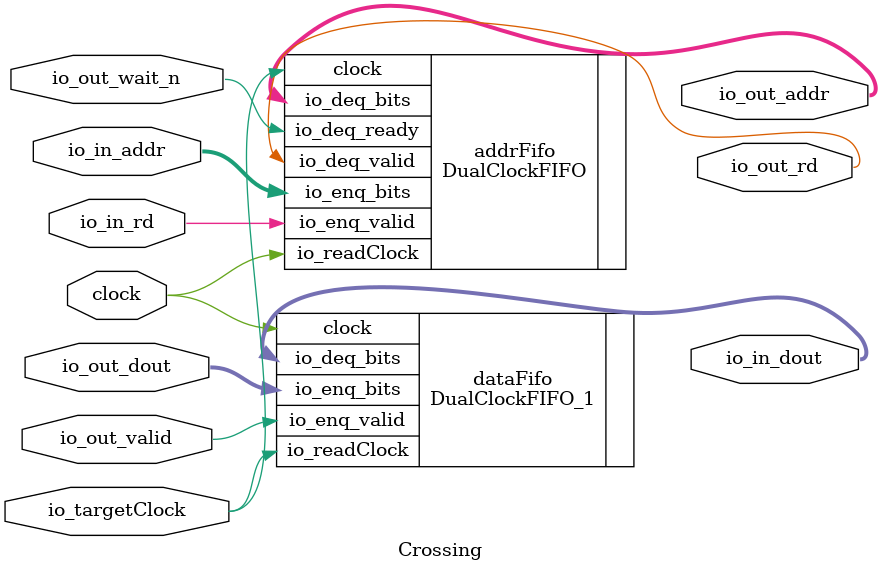
<source format=sv>
module Crossing(
  input         clock,
  input         io_targetClock,
  input         io_in_rd,
  input  [31:0] io_in_addr,
  output [63:0] io_in_dout,
  output        io_out_rd,
  output [31:0] io_out_addr,
  input  [63:0] io_out_dout,
  input         io_out_wait_n,
  input         io_out_valid
);

  DualClockFIFO addrFifo (
    .clock        (io_targetClock),
    .io_readClock (clock),
    .io_deq_ready (io_out_wait_n),
    .io_deq_valid (io_out_rd),
    .io_deq_bits  (io_out_addr),
    .io_enq_valid (io_in_rd),
    .io_enq_bits  (io_in_addr)
  );
  DualClockFIFO_1 dataFifo (
    .clock        (clock),
    .io_readClock (io_targetClock),
    .io_deq_bits  (io_in_dout),
    .io_enq_valid (io_out_valid),
    .io_enq_bits  (io_out_dout)
  );
endmodule


</source>
